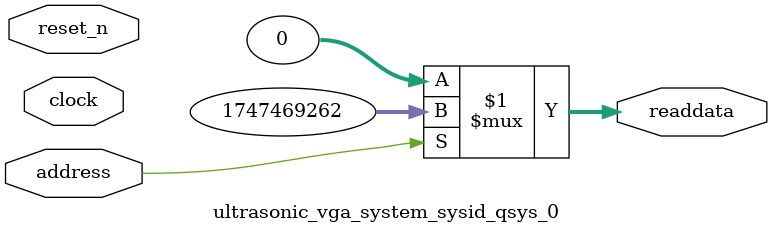
<source format=v>



// synthesis translate_off
`timescale 1ns / 1ps
// synthesis translate_on

// turn off superfluous verilog processor warnings 
// altera message_level Level1 
// altera message_off 10034 10035 10036 10037 10230 10240 10030 

module ultrasonic_vga_system_sysid_qsys_0 (
               // inputs:
                address,
                clock,
                reset_n,

               // outputs:
                readdata
             )
;

  output  [ 31: 0] readdata;
  input            address;
  input            clock;
  input            reset_n;

  wire    [ 31: 0] readdata;
  //control_slave, which is an e_avalon_slave
  assign readdata = address ? 1747469262 : 0;

endmodule



</source>
